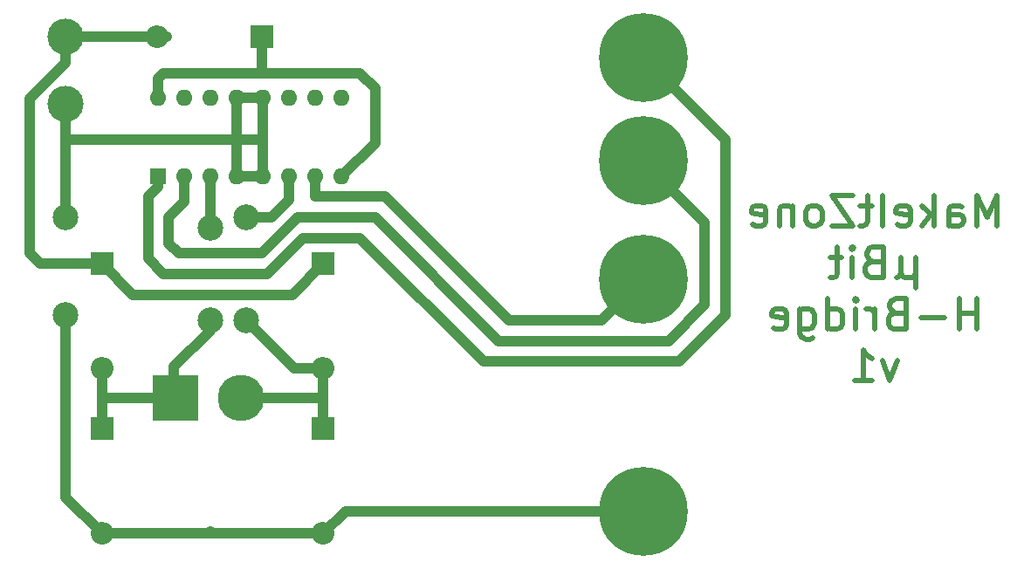
<source format=gbr>
G04 #@! TF.GenerationSoftware,KiCad,Pcbnew,(5.0.1-3-g963ef8bb5)*
G04 #@! TF.CreationDate,2018-11-12T18:29:08-08:00*
G04 #@! TF.ProjectId,DCMotorCreature,44434D6F746F7243726561747572652E,rev?*
G04 #@! TF.SameCoordinates,Original*
G04 #@! TF.FileFunction,Copper,L2,Bot,Signal*
G04 #@! TF.FilePolarity,Positive*
%FSLAX46Y46*%
G04 Gerber Fmt 4.6, Leading zero omitted, Abs format (unit mm)*
G04 Created by KiCad (PCBNEW (5.0.1-3-g963ef8bb5)) date Monday, November 12, 2018 at 06:29:08 pm*
%MOMM*%
%LPD*%
G01*
G04 APERTURE LIST*
G04 #@! TA.AperFunction,NonConductor*
%ADD10C,0.500000*%
G04 #@! TD*
G04 #@! TA.AperFunction,ComponentPad*
%ADD11R,2.200000X2.200000*%
G04 #@! TD*
G04 #@! TA.AperFunction,ComponentPad*
%ADD12O,2.200000X2.200000*%
G04 #@! TD*
G04 #@! TA.AperFunction,ComponentPad*
%ADD13C,8.600000*%
G04 #@! TD*
G04 #@! TA.AperFunction,ComponentPad*
%ADD14R,1.600000X1.600000*%
G04 #@! TD*
G04 #@! TA.AperFunction,ComponentPad*
%ADD15O,1.600000X1.600000*%
G04 #@! TD*
G04 #@! TA.AperFunction,ComponentPad*
%ADD16R,4.500880X4.500880*%
G04 #@! TD*
G04 #@! TA.AperFunction,ComponentPad*
%ADD17C,4.500880*%
G04 #@! TD*
G04 #@! TA.AperFunction,ComponentPad*
%ADD18C,3.500120*%
G04 #@! TD*
G04 #@! TA.AperFunction,ViaPad*
%ADD19C,2.500000*%
G04 #@! TD*
G04 #@! TA.AperFunction,Conductor*
%ADD20C,1.000000*%
G04 #@! TD*
G04 APERTURE END LIST*
D10*
X116357142Y-42357142D02*
X116357142Y-39357142D01*
X115357142Y-41500000D01*
X114357142Y-39357142D01*
X114357142Y-42357142D01*
X111642857Y-42357142D02*
X111642857Y-40785714D01*
X111785714Y-40500000D01*
X112071428Y-40357142D01*
X112642857Y-40357142D01*
X112928571Y-40500000D01*
X111642857Y-42214285D02*
X111928571Y-42357142D01*
X112642857Y-42357142D01*
X112928571Y-42214285D01*
X113071428Y-41928571D01*
X113071428Y-41642857D01*
X112928571Y-41357142D01*
X112642857Y-41214285D01*
X111928571Y-41214285D01*
X111642857Y-41071428D01*
X110214285Y-42357142D02*
X110214285Y-39357142D01*
X109928571Y-41214285D02*
X109071428Y-42357142D01*
X109071428Y-40357142D02*
X110214285Y-41500000D01*
X106642857Y-42214285D02*
X106928571Y-42357142D01*
X107500000Y-42357142D01*
X107785714Y-42214285D01*
X107928571Y-41928571D01*
X107928571Y-40785714D01*
X107785714Y-40500000D01*
X107500000Y-40357142D01*
X106928571Y-40357142D01*
X106642857Y-40500000D01*
X106500000Y-40785714D01*
X106500000Y-41071428D01*
X107928571Y-41357142D01*
X105214285Y-42357142D02*
X105214285Y-39357142D01*
X104214285Y-40357142D02*
X103071428Y-40357142D01*
X103785714Y-39357142D02*
X103785714Y-41928571D01*
X103642857Y-42214285D01*
X103357142Y-42357142D01*
X103071428Y-42357142D01*
X102357142Y-39357142D02*
X100357142Y-39357142D01*
X102357142Y-42357142D01*
X100357142Y-42357142D01*
X98785714Y-42357142D02*
X99071428Y-42214285D01*
X99214285Y-42071428D01*
X99357142Y-41785714D01*
X99357142Y-40928571D01*
X99214285Y-40642857D01*
X99071428Y-40500000D01*
X98785714Y-40357142D01*
X98357142Y-40357142D01*
X98071428Y-40500000D01*
X97928571Y-40642857D01*
X97785714Y-40928571D01*
X97785714Y-41785714D01*
X97928571Y-42071428D01*
X98071428Y-42214285D01*
X98357142Y-42357142D01*
X98785714Y-42357142D01*
X96500000Y-40357142D02*
X96500000Y-42357142D01*
X96500000Y-40642857D02*
X96357142Y-40500000D01*
X96071428Y-40357142D01*
X95642857Y-40357142D01*
X95357142Y-40500000D01*
X95214285Y-40785714D01*
X95214285Y-42357142D01*
X92642857Y-42214285D02*
X92928571Y-42357142D01*
X93500000Y-42357142D01*
X93785714Y-42214285D01*
X93928571Y-41928571D01*
X93928571Y-40785714D01*
X93785714Y-40500000D01*
X93500000Y-40357142D01*
X92928571Y-40357142D01*
X92642857Y-40500000D01*
X92500000Y-40785714D01*
X92500000Y-41071428D01*
X93928571Y-41357142D01*
X108428571Y-45357142D02*
X108428571Y-48357142D01*
X107000000Y-46928571D02*
X106857142Y-47214285D01*
X106571428Y-47357142D01*
X108428571Y-46928571D02*
X108285714Y-47214285D01*
X108000000Y-47357142D01*
X107428571Y-47357142D01*
X107142857Y-47214285D01*
X107000000Y-46928571D01*
X107000000Y-45357142D01*
X104285714Y-45785714D02*
X103857142Y-45928571D01*
X103714285Y-46071428D01*
X103571428Y-46357142D01*
X103571428Y-46785714D01*
X103714285Y-47071428D01*
X103857142Y-47214285D01*
X104142857Y-47357142D01*
X105285714Y-47357142D01*
X105285714Y-44357142D01*
X104285714Y-44357142D01*
X104000000Y-44500000D01*
X103857142Y-44642857D01*
X103714285Y-44928571D01*
X103714285Y-45214285D01*
X103857142Y-45500000D01*
X104000000Y-45642857D01*
X104285714Y-45785714D01*
X105285714Y-45785714D01*
X102285714Y-47357142D02*
X102285714Y-45357142D01*
X102285714Y-44357142D02*
X102428571Y-44500000D01*
X102285714Y-44642857D01*
X102142857Y-44500000D01*
X102285714Y-44357142D01*
X102285714Y-44642857D01*
X101285714Y-45357142D02*
X100142857Y-45357142D01*
X100857142Y-44357142D02*
X100857142Y-46928571D01*
X100714285Y-47214285D01*
X100428571Y-47357142D01*
X100142857Y-47357142D01*
X114357142Y-52357142D02*
X114357142Y-49357142D01*
X114357142Y-50785714D02*
X112642857Y-50785714D01*
X112642857Y-52357142D02*
X112642857Y-49357142D01*
X111214285Y-51214285D02*
X108928571Y-51214285D01*
X106500000Y-50785714D02*
X106071428Y-50928571D01*
X105928571Y-51071428D01*
X105785714Y-51357142D01*
X105785714Y-51785714D01*
X105928571Y-52071428D01*
X106071428Y-52214285D01*
X106357142Y-52357142D01*
X107500000Y-52357142D01*
X107500000Y-49357142D01*
X106500000Y-49357142D01*
X106214285Y-49500000D01*
X106071428Y-49642857D01*
X105928571Y-49928571D01*
X105928571Y-50214285D01*
X106071428Y-50500000D01*
X106214285Y-50642857D01*
X106500000Y-50785714D01*
X107500000Y-50785714D01*
X104500000Y-52357142D02*
X104500000Y-50357142D01*
X104500000Y-50928571D02*
X104357142Y-50642857D01*
X104214285Y-50500000D01*
X103928571Y-50357142D01*
X103642857Y-50357142D01*
X102642857Y-52357142D02*
X102642857Y-50357142D01*
X102642857Y-49357142D02*
X102785714Y-49500000D01*
X102642857Y-49642857D01*
X102500000Y-49500000D01*
X102642857Y-49357142D01*
X102642857Y-49642857D01*
X99928571Y-52357142D02*
X99928571Y-49357142D01*
X99928571Y-52214285D02*
X100214285Y-52357142D01*
X100785714Y-52357142D01*
X101071428Y-52214285D01*
X101214285Y-52071428D01*
X101357142Y-51785714D01*
X101357142Y-50928571D01*
X101214285Y-50642857D01*
X101071428Y-50500000D01*
X100785714Y-50357142D01*
X100214285Y-50357142D01*
X99928571Y-50500000D01*
X97214285Y-50357142D02*
X97214285Y-52785714D01*
X97357142Y-53071428D01*
X97500000Y-53214285D01*
X97785714Y-53357142D01*
X98214285Y-53357142D01*
X98500000Y-53214285D01*
X97214285Y-52214285D02*
X97500000Y-52357142D01*
X98071428Y-52357142D01*
X98357142Y-52214285D01*
X98500000Y-52071428D01*
X98642857Y-51785714D01*
X98642857Y-50928571D01*
X98500000Y-50642857D01*
X98357142Y-50500000D01*
X98071428Y-50357142D01*
X97500000Y-50357142D01*
X97214285Y-50500000D01*
X94642857Y-52214285D02*
X94928571Y-52357142D01*
X95500000Y-52357142D01*
X95785714Y-52214285D01*
X95928571Y-51928571D01*
X95928571Y-50785714D01*
X95785714Y-50500000D01*
X95500000Y-50357142D01*
X94928571Y-50357142D01*
X94642857Y-50500000D01*
X94500000Y-50785714D01*
X94500000Y-51071428D01*
X95928571Y-51357142D01*
X106642857Y-55357142D02*
X105928571Y-57357142D01*
X105214285Y-55357142D01*
X102500000Y-57357142D02*
X104214285Y-57357142D01*
X103357142Y-57357142D02*
X103357142Y-54357142D01*
X103642857Y-54785714D01*
X103928571Y-55071428D01*
X104214285Y-55214285D01*
D11*
G04 #@! TO.P,D1,1*
G04 #@! TO.N,Net-(D1-Pad1)*
X45000000Y-24000000D03*
D12*
G04 #@! TO.P,D1,2*
G04 #@! TO.N,+5V*
X34840000Y-24000000D03*
G04 #@! TD*
D13*
G04 #@! TO.P,bitPin0-12Enable1,1*
G04 #@! TO.N,Net-(U1-Pad1)*
X82000000Y-26000000D03*
G04 #@! TD*
G04 #@! TO.P,bitPin1-1A1,1*
G04 #@! TO.N,Net-(U1-Pad2)*
X82000000Y-36000000D03*
G04 #@! TD*
G04 #@! TO.P,bitPin2-2A1,1*
G04 #@! TO.N,Net-(U1-Pad7)*
X82000000Y-47500000D03*
G04 #@! TD*
G04 #@! TO.P,bitPinGnd1,1*
G04 #@! TO.N,GND*
X82000000Y-70000000D03*
G04 #@! TD*
D12*
G04 #@! TO.P,D2,2*
G04 #@! TO.N,Net-(D2-Pad2)*
X29500000Y-56160000D03*
D11*
G04 #@! TO.P,D2,1*
G04 #@! TO.N,+5V*
X29500000Y-46000000D03*
G04 #@! TD*
G04 #@! TO.P,D3,1*
G04 #@! TO.N,+5V*
X51000000Y-46000000D03*
D12*
G04 #@! TO.P,D3,2*
G04 #@! TO.N,Net-(D3-Pad2)*
X51000000Y-56160000D03*
G04 #@! TD*
D11*
G04 #@! TO.P,D4,1*
G04 #@! TO.N,Net-(D2-Pad2)*
X29500000Y-62000000D03*
D12*
G04 #@! TO.P,D4,2*
G04 #@! TO.N,GND*
X29500000Y-72160000D03*
G04 #@! TD*
G04 #@! TO.P,D5,2*
G04 #@! TO.N,GND*
X51000000Y-72160000D03*
D11*
G04 #@! TO.P,D5,1*
G04 #@! TO.N,Net-(D3-Pad2)*
X51000000Y-62000000D03*
G04 #@! TD*
D14*
G04 #@! TO.P,U1,1*
G04 #@! TO.N,Net-(U1-Pad1)*
X35000000Y-37500000D03*
D15*
G04 #@! TO.P,U1,9*
G04 #@! TO.N,GND*
X52780000Y-29880000D03*
G04 #@! TO.P,U1,2*
G04 #@! TO.N,Net-(U1-Pad2)*
X37540000Y-37500000D03*
G04 #@! TO.P,U1,10*
G04 #@! TO.N,N/C*
X50240000Y-29880000D03*
G04 #@! TO.P,U1,3*
G04 #@! TO.N,Net-(D2-Pad2)*
X40080000Y-37500000D03*
G04 #@! TO.P,U1,11*
G04 #@! TO.N,N/C*
X47700000Y-29880000D03*
G04 #@! TO.P,U1,4*
G04 #@! TO.N,GND*
X42620000Y-37500000D03*
G04 #@! TO.P,U1,12*
X45160000Y-29880000D03*
G04 #@! TO.P,U1,5*
X45160000Y-37500000D03*
G04 #@! TO.P,U1,13*
X42620000Y-29880000D03*
G04 #@! TO.P,U1,6*
G04 #@! TO.N,Net-(D3-Pad2)*
X47700000Y-37500000D03*
G04 #@! TO.P,U1,14*
G04 #@! TO.N,N/C*
X40080000Y-29880000D03*
G04 #@! TO.P,U1,7*
G04 #@! TO.N,Net-(U1-Pad7)*
X50240000Y-37500000D03*
G04 #@! TO.P,U1,15*
G04 #@! TO.N,N/C*
X37540000Y-29880000D03*
G04 #@! TO.P,U1,8*
G04 #@! TO.N,Net-(D1-Pad1)*
X52780000Y-37500000D03*
G04 #@! TO.P,U1,16*
X35000000Y-29880000D03*
G04 #@! TD*
D16*
G04 #@! TO.P,M1,1*
G04 #@! TO.N,Net-(D2-Pad2)*
X36650000Y-59000000D03*
D17*
G04 #@! TO.P,M1,2*
G04 #@! TO.N,Net-(D3-Pad2)*
X43000000Y-59000000D03*
G04 #@! TD*
D18*
G04 #@! TO.P,5VBat1,1*
G04 #@! TO.N,+5V*
X26000000Y-24000000D03*
G04 #@! TD*
G04 #@! TO.P,BatGnd1,1*
G04 #@! TO.N,GND*
X26000000Y-30500000D03*
G04 #@! TD*
D19*
G04 #@! TO.N,GND*
X26000000Y-41500000D03*
X26000000Y-51000000D03*
G04 #@! TO.N,Net-(D2-Pad2)*
X40000000Y-42500000D03*
X40000000Y-51500000D03*
G04 #@! TO.N,Net-(D3-Pad2)*
X43500000Y-41500000D03*
X43500000Y-51500000D03*
G04 #@! TD*
D20*
G04 #@! TO.N,Net-(D1-Pad1)*
X35000000Y-28000000D02*
X35000000Y-29880000D01*
X35500000Y-27500000D02*
X35000000Y-28000000D01*
X45000000Y-27500000D02*
X35500000Y-27500000D01*
X45000000Y-24000000D02*
X45000000Y-27500000D01*
X45000000Y-27500000D02*
X54500000Y-27500000D01*
X54500000Y-27500000D02*
X56000000Y-29000000D01*
X56000000Y-34280000D02*
X52780000Y-37500000D01*
X56000000Y-29000000D02*
X56000000Y-34280000D01*
G04 #@! TO.N,+5V*
X26000000Y-24000000D02*
X35840000Y-24000000D01*
X26000000Y-26474958D02*
X22500000Y-29974958D01*
X26000000Y-24000000D02*
X26000000Y-26474958D01*
X22500000Y-29974958D02*
X22500000Y-45000000D01*
X23500000Y-46000000D02*
X29500000Y-46000000D01*
X22500000Y-45000000D02*
X23500000Y-46000000D01*
X50500000Y-46000000D02*
X51000000Y-46500000D01*
X48000000Y-49000000D02*
X51000000Y-46000000D01*
X32500000Y-49000000D02*
X48000000Y-49000000D01*
X29500000Y-46000000D02*
X32500000Y-49000000D01*
G04 #@! TO.N,GND*
X39840000Y-72160000D02*
X29500000Y-72160000D01*
X40160000Y-72160000D02*
X40000000Y-72000000D01*
X51000000Y-72160000D02*
X40160000Y-72160000D01*
X26000000Y-68660000D02*
X29500000Y-72160000D01*
X26000000Y-51000000D02*
X26000000Y-68660000D01*
X26000000Y-34000000D02*
X42500000Y-34000000D01*
X26000000Y-30500000D02*
X26000000Y-34000000D01*
X26000000Y-34000000D02*
X26000000Y-41500000D01*
X42500000Y-34000000D02*
X42620000Y-33880000D01*
X42620000Y-29880000D02*
X45160000Y-29880000D01*
X42620000Y-37500000D02*
X45160000Y-37500000D01*
X42620000Y-34000000D02*
X45160000Y-34000000D01*
X45160000Y-34000000D02*
X45160000Y-37500000D01*
X42620000Y-37500000D02*
X42620000Y-34000000D01*
X45160000Y-29880000D02*
X45160000Y-34000000D01*
X42620000Y-34000000D02*
X42620000Y-29880000D01*
X79840000Y-72160000D02*
X82000000Y-70000000D01*
X53160000Y-70000000D02*
X51000000Y-72160000D01*
X82000000Y-70000000D02*
X53160000Y-70000000D01*
G04 #@! TO.N,Net-(U1-Pad1)*
X35000000Y-38500000D02*
X35000000Y-37500000D01*
X35500000Y-47000000D02*
X34000000Y-45500000D01*
X34000000Y-45500000D02*
X34000000Y-39500000D01*
X45500000Y-47000000D02*
X35500000Y-47000000D01*
X90000000Y-34000000D02*
X90000000Y-51000000D01*
X49000000Y-43500000D02*
X45500000Y-47000000D01*
X90000000Y-51000000D02*
X85500000Y-55500000D01*
X34000000Y-39500000D02*
X35000000Y-38500000D01*
X85500000Y-55500000D02*
X66500000Y-55500000D01*
X54500000Y-43500000D02*
X49000000Y-43500000D01*
X66500000Y-55500000D02*
X54500000Y-43500000D01*
X82000000Y-26000000D02*
X90000000Y-34000000D01*
G04 #@! TO.N,Net-(U1-Pad7)*
X57000000Y-39500000D02*
X69000000Y-51500000D01*
X78000000Y-51500000D02*
X82000000Y-47500000D01*
X50240000Y-39500000D02*
X57000000Y-39500000D01*
X69000000Y-51500000D02*
X78000000Y-51500000D01*
X50240000Y-37500000D02*
X50240000Y-39500000D01*
G04 #@! TO.N,Net-(U1-Pad2)*
X37000000Y-45000000D02*
X36000000Y-44000000D01*
X45000000Y-45000000D02*
X37000000Y-45000000D01*
X48500000Y-41500000D02*
X45000000Y-45000000D01*
X37540000Y-39960000D02*
X37540000Y-37500000D01*
X56000000Y-41500000D02*
X48500000Y-41500000D01*
X84500000Y-53500000D02*
X68000000Y-53500000D01*
X68000000Y-53500000D02*
X56000000Y-41500000D01*
X36000000Y-44000000D02*
X36000000Y-41500000D01*
X88000000Y-50000000D02*
X84500000Y-53500000D01*
X36000000Y-41500000D02*
X37540000Y-39960000D01*
X88000000Y-42000000D02*
X88000000Y-50000000D01*
X82000000Y-36000000D02*
X88000000Y-42000000D01*
G04 #@! TO.N,Net-(D2-Pad2)*
X36650000Y-59000000D02*
X29500000Y-59000000D01*
X29500000Y-59000000D02*
X29500000Y-62000000D01*
X29500000Y-56160000D02*
X29500000Y-59000000D01*
X40080000Y-42420000D02*
X40000000Y-42500000D01*
X40080000Y-37500000D02*
X40080000Y-42420000D01*
X36500000Y-58850000D02*
X36650000Y-59000000D01*
X36500000Y-56000000D02*
X36500000Y-58850000D01*
X40000000Y-52500000D02*
X36500000Y-56000000D01*
X40000000Y-51500000D02*
X40000000Y-52500000D01*
G04 #@! TO.N,Net-(D3-Pad2)*
X47700000Y-37500000D02*
X47700000Y-39800000D01*
X46182602Y-59000000D02*
X51000000Y-59000000D01*
X43000000Y-59000000D02*
X46182602Y-59000000D01*
X51000000Y-59000000D02*
X51000000Y-62000000D01*
X51000000Y-56160000D02*
X51000000Y-59000000D01*
X48160000Y-56160000D02*
X43500000Y-51500000D01*
X51000000Y-56160000D02*
X48160000Y-56160000D01*
X46000000Y-41500000D02*
X47700000Y-39800000D01*
X43500000Y-41500000D02*
X46000000Y-41500000D01*
G04 #@! TD*
M02*

</source>
